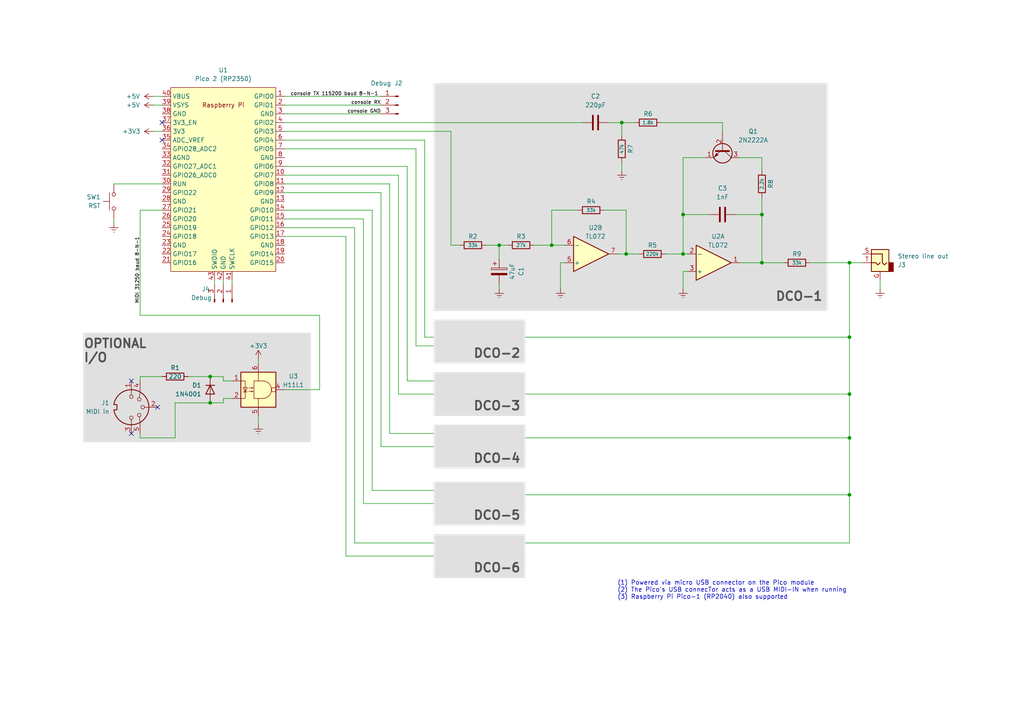
<source format=kicad_sch>
(kicad_sch (version 20230121) (generator eeschema)
  (paper "A4")
  (title_block (title "pico-106") (date "2024-10-27") (rev "0.01") (company "https://github.com/AnotherJohnH/pico-106"))
  (lib_symbols
    (symbol "+5V_1" (power) (pin_names (offset 0))
      (property "Value" "+5V_1" (at 0 3.81 90))
      (symbol "+5V_1_0_1"
        (polyline (pts (xy -0.762 1.27) (xy 0 2.54)))
        (polyline (pts (xy 0 0) (xy 0 2.54)))
        (polyline (pts (xy 0 2.54) (xy 0.762 1.27)))
      )
      (symbol "+5V_1_1_1"
        (pin power_in line (at 0 0 90) (length 0) hide (name "+5V") (number "1"))
      )
    )
    (symbol "Amplifier_Operational:TL072" (pin_names (offset 0.127))
      (property "Reference" "U" (at 0 5.08 0))
      (property "Value" "TL072" (at 0 -5.08 0))
      (symbol "TL072_1_1"
        (polyline (pts (xy -5.08 5.08) (xy 5.08 0) (xy -5.08 -5.08) (xy -5.08 5.08)) (stroke (width 0.254)) (fill (type background)))
        (pin output line (at 7.62 0 180) (length 2.54) (name "~") (number "1"))
        (pin input line (at -7.62 -2.54 0) (length 2.54) (name "-") (number "2"))
        (pin input line (at -7.62 2.54 0) (length 2.54) (name "+") (number "3"))
      )
      (symbol "TL072_2_1"
        (polyline (pts (xy -5.08 5.08) (xy 5.08 0) (xy -5.08 -5.08) (xy -5.08 5.08)) (stroke (width 0.254)) (fill (type background)))
        (pin input line (at -7.62 2.54 0) (length 2.54) (name "+") (number "5"))
        (pin input line (at -7.62 -2.54 0) (length 2.54) (name "-") (number "6"))
        (pin output line (at 7.62 0 180) (length 2.54) (name "~") (number "7"))
      )
      (symbol "TL072_3_1"
        (pin power_in line (at -2.54 -7.62 90) (length 3.81) (name "V-") (number "4"))
        (pin power_in line (at -2.54 7.62 270) (length 3.81) (name "V+") (number "8"))
      )
    )
    (symbol "Connector:Conn_01x03_Pin" (pin_names (offset 1.016) hide)
      (property "Reference" "J" (at 0 5.08 0))
      (property "Value" "Conn_01x03_Pin" (at 0 -5.08 0))
      (symbol "Conn_01x03_Pin_1_1"
        (polyline (pts (xy 1.27 -2.54) (xy 0.8636 -2.54)) (stroke (width 0.1524)))
        (polyline (pts (xy 1.27 0) (xy 0.8636 0)) (stroke (width 0.1524)))
        (polyline (pts (xy 1.27 2.54) (xy 0.8636 2.54)) (stroke (width 0.1524)))
        (rectangle (start 0.8636 -2.413) (end 0 -2.667) (stroke (width 0.1524)) (fill (type outline)))
        (rectangle (start 0.8636 0.127) (end 0 -0.127) (stroke (width 0.1524)) (fill (type outline)))
        (rectangle (start 0.8636 2.667) (end 0 2.413) (stroke (width 0.1524)) (fill (type outline)))
        (pin passive line (at 5.08 2.54 180) (length 3.81) (name "Pin_1") (number "1"))
        (pin passive line (at 5.08 0 180) (length 3.81) (name "Pin_2") (number "2"))
        (pin passive line (at 5.08 -2.54 180) (length 3.81) (name "Pin_3") (number "3"))
      )
    )
    (symbol "Connector:DIN-5_180degree" (pin_names (offset 1.016))
      (property "Reference" "J" (at 3.175 5.715 0))
      (property "Value" "DIN-5_180degree" (at 0 -6.35 0))
      (symbol "DIN-5_180degree_0_1"
        (arc (start -5.08 0) (mid -3.8609 -3.3364) (end -0.762 -5.08) (stroke (width 0.254)))
        (circle (center -3.048 0) (radius 0.508))
        (circle (center -2.286 2.286) (radius 0.508))
        (polyline (pts (xy -5.08 0) (xy -3.556 0)))
        (polyline (pts (xy 0 5.08) (xy 0 3.81)))
        (polyline (pts (xy 5.08 0) (xy 3.556 0)))
        (polyline (pts (xy -5.08 2.54) (xy -4.318 2.54) (xy -2.794 2.286)))
        (polyline (pts (xy 5.08 2.54) (xy 4.318 2.54) (xy 2.794 2.286)))
        (polyline (pts (xy -0.762 -4.953) (xy -0.762 -4.191) (xy 0.762 -4.191) (xy 0.762 -4.953)) (stroke (width 0.254)))
        (circle (center 0 3.302) (radius 0.508))
        (arc (start 0.762 -5.08) (mid 3.8685 -3.343) (end 5.08 0) (stroke (width 0.254)))
        (circle (center 2.286 2.286) (radius 0.508))
        (circle (center 3.048 0) (radius 0.508))
        (arc (start 5.08 0) (mid 0 5.0579) (end -5.08 0) (stroke (width 0.254)))
      )
      (symbol "DIN-5_180degree_1_1"
        (pin passive line (at -7.62 0 0) (length 2.54) (name "~") (number "1"))
        (pin passive line (at 0 7.62 270) (length 2.54) (name "~") (number "2"))
        (pin passive line (at 7.62 0 180) (length 2.54) (name "~") (number "3"))
        (pin passive line (at -7.62 2.54 0) (length 2.54) (name "~") (number "4"))
        (pin passive line (at 7.62 2.54 180) (length 2.54) (name "~") (number "5"))
      )
    )
    (symbol "Connector_Audio:AudioJack2_Ground"
      (property "Reference" "J" (at 0 8.89 0))
      (property "Value" "AudioJack2_Ground" (at 0 6.35 0))
      (symbol "AudioJack2_Ground_0_1"
        (rectangle (start -2.54 -2.54) (end -3.81 0) (stroke (width 0.254)) (fill (type outline)))
        (polyline (pts (xy 0 0) (xy 0.635 -0.635) (xy 1.27 0) (xy 2.54 0)) (stroke (width 0.254)))
        (polyline (pts (xy 2.54 2.54) (xy -0.635 2.54) (xy -0.635 0) (xy -1.27 -0.635) (xy -1.905 0)) (stroke (width 0.254)))
        (rectangle (start 2.54 3.81) (end -2.54 -2.54) (stroke (width 0.254)) (fill (type background)))
      )
      (symbol "AudioJack2_Ground_1_1"
        (pin passive line (at 0 -5.08 90) (length 2.54) (name "~") (number "G"))
        (pin passive line (at 5.08 2.54 180) (length 2.54) (name "~") (number "S"))
        (pin passive line (at 5.08 0 180) (length 2.54) (name "~") (number "T"))
      )
    )
    (symbol "Device:C" (pin_numbers hide) (pin_names (offset 0.254))
      (property "Reference" "C" (at 0.635 2.54 0))
      (property "Value" "C" (at 0.635 -2.54 0))
      (symbol "C_0_1"
        (polyline (pts (xy -2.032 -0.762) (xy 2.032 -0.762)) (stroke (width 0.508)))
        (polyline (pts (xy -2.032 0.762) (xy 2.032 0.762)) (stroke (width 0.508)))
      )
      (symbol "C_1_1"
        (pin passive line (at 0 3.81 270) (length 2.794) (name "~") (number "1"))
        (pin passive line (at 0 -3.81 90) (length 2.794) (name "~") (number "2"))
      )
    )
    (symbol "Device:C_Polarized" (pin_numbers hide) (pin_names (offset 0.254))
      (property "Reference" "C" (at 0.635 2.54 0))
      (property "Value" "C_Polarized" (at 0.635 -2.54 0))
      (symbol "C_Polarized_0_1"
        (rectangle (start -2.286 0.508) (end 2.286 1.016))
        (polyline (pts (xy -1.778 2.286) (xy -0.762 2.286)))
        (polyline (pts (xy -1.27 2.794) (xy -1.27 1.778)))
        (rectangle (start 2.286 -0.508) (end -2.286 -1.016) (fill (type outline)))
      )
      (symbol "C_Polarized_1_1"
        (pin passive line (at 0 3.81 270) (length 2.794) (name "~") (number "1"))
        (pin passive line (at 0 -3.81 90) (length 2.794) (name "~") (number "2"))
      )
    )
    (symbol "Device:R" (pin_numbers hide) (pin_names (offset 0))
      (property "Reference" "R" (at 2.032 0 90))
      (property "Value" "R" (at 0 0 90))
      (symbol "R_0_1"
        (rectangle (start -1.016 -2.54) (end 1.016 2.54) (stroke (width 0.254)))
      )
      (symbol "R_1_1"
        (pin passive line (at 0 3.81 270) (length 1.27) (name "~") (number "1"))
        (pin passive line (at 0 -3.81 90) (length 1.27) (name "~") (number "2"))
      )
    )
    (symbol "Diode:1N4001" (pin_numbers hide) (pin_names hide)
      (property "Reference" "D" (at 0 2.54 0))
      (property "Value" "1N4001" (at 0 -2.54 0))
      (symbol "1N4001_0_1"
        (polyline (pts (xy -1.27 1.27) (xy -1.27 -1.27)) (stroke (width 0.254)))
        (polyline (pts (xy 1.27 0) (xy -1.27 0)))
        (polyline (pts (xy 1.27 1.27) (xy 1.27 -1.27) (xy -1.27 0) (xy 1.27 1.27)) (stroke (width 0.254)))
      )
      (symbol "1N4001_1_1"
        (pin passive line (at -3.81 0 0) (length 2.54) (name "K") (number "1"))
        (pin passive line (at 3.81 0 180) (length 2.54) (name "A") (number "2"))
      )
    )
    (symbol "Isolator:H11L1" (pin_names (offset 1.016))
      (property "Reference" "U" (at 1.27 8.89 0))
      (property "Value" "H11L1" (at 1.27 6.35 0))
      (symbol "H11L1_0_1"
        (rectangle (start -5.08 5.08) (end 5.08 -5.08) (stroke (width 0.254)) (fill (type background)))
        (polyline (pts (xy -4.445 -0.635) (xy -3.175 -0.635)))
        (polyline (pts (xy 0 2.54) (xy 0 5.08)))
        (polyline (pts (xy 0 -2.54) (xy 0 -5.08) (xy 0 -3.81)))
        (polyline (pts (xy -5.08 -2.54) (xy -3.81 -2.54) (xy -3.81 2.54) (xy -5.08 2.54)))
        (polyline (pts (xy -3.81 -0.635) (xy -4.445 0.635) (xy -3.175 0.635) (xy -3.81 -0.635)))
        (polyline (pts (xy 1.27 -2.54) (xy -1.27 -2.54) (xy -1.27 2.54) (xy 1.27 2.54)))
        (polyline (pts (xy -2.794 -0.508) (xy -1.524 -0.508) (xy -1.905 -0.635) (xy -1.905 -0.381) (xy -1.524 -0.508)))
        (polyline (pts (xy -2.794 0.508) (xy -1.524 0.508) (xy -1.905 0.381) (xy -1.905 0.635) (xy -1.524 0.508)))
        (arc (start 1.27 -2.54) (mid 3.799 0) (end 1.27 2.54))
      )
      (symbol "H11L1_1_1"
        (pin passive line (at -7.62 2.54 0) (length 2.54) (name "~") (number "1"))
        (pin passive line (at -7.62 -2.54 0) (length 2.54) (name "~") (number "2"))
        (pin no_connect line (at -5.08 0 0) (length 2.54) hide (name "~") (number "3"))
        (pin output inverted (at 7.62 0 180) (length 3.81) (name "~") (number "4"))
        (pin power_in line (at 0 -7.62 90) (length 2.54) (name "~") (number "5"))
        (pin power_in line (at 0 7.62 270) (length 2.54) (name "~") (number "6"))
      )
    )
    (symbol "MCU_RaspberryPi_and_Boards:Pico 2"
      (property "Reference" "U" (at -13.97 27.94 0))
      (property "Value" "Pico 2 (RP2350)" (at 0 19.05 0))
      (symbol "Pico 2_0_1"
        (rectangle (start -15.24 26.67) (end 15.24 -26.67) (fill (type background)))
      )
      (symbol "Pico 2_1_0"
        (text "Raspberry Pi" (at 0 21.59 0) (effects (font (size 1.27 1.27))))
      )
      (symbol "Pico 2_1_1"
        (pin bidirectional line (at -17.78 24.13 0) (length 2.54) (name "GPIO0") (number "1"))
        (pin bidirectional line (at -17.78 1.27 0) (length 2.54) (name "GPIO7") (number "10"))
        (pin bidirectional line (at -17.78 -1.27 0) (length 2.54) (name "GPIO8") (number "11"))
        (pin bidirectional line (at -17.78 -3.81 0) (length 2.54) (name "GPIO9") (number "12"))
        (pin power_in line (at -17.78 -6.35 0) (length 2.54) (name "GND") (number "13"))
        (pin bidirectional line (at -17.78 -8.89 0) (length 2.54) (name "GPIO10") (number "14"))
        (pin bidirectional line (at -17.78 -11.43 0) (length 2.54) (name "GPIO11") (number "15"))
        (pin bidirectional line (at -17.78 -13.97 0) (length 2.54) (name "GPIO12") (number "16"))
        (pin bidirectional line (at -17.78 -16.51 0) (length 2.54) (name "GPIO13") (number "17"))
        (pin power_in line (at -17.78 -19.05 0) (length 2.54) (name "GND") (number "18"))
        (pin bidirectional line (at -17.78 -21.59 0) (length 2.54) (name "GPIO14") (number "19"))
        (pin bidirectional line (at -17.78 21.59 0) (length 2.54) (name "GPIO1") (number "2"))
        (pin bidirectional line (at -17.78 -24.13 0) (length 2.54) (name "GPIO15") (number "20"))
        (pin bidirectional line (at 17.78 -24.13 180) (length 2.54) (name "GPIO16") (number "21"))
        (pin bidirectional line (at 17.78 -21.59 180) (length 2.54) (name "GPIO17") (number "22"))
        (pin power_in line (at 17.78 -19.05 180) (length 2.54) (name "GND") (number "23"))
        (pin bidirectional line (at 17.78 -16.51 180) (length 2.54) (name "GPIO18") (number "24"))
        (pin bidirectional line (at 17.78 -13.97 180) (length 2.54) (name "GPIO19") (number "25"))
        (pin bidirectional line (at 17.78 -11.43 180) (length 2.54) (name "GPIO20") (number "26"))
        (pin bidirectional line (at 17.78 -8.89 180) (length 2.54) (name "GPIO21") (number "27"))
        (pin power_in line (at 17.78 -6.35 180) (length 2.54) (name "GND") (number "28"))
        (pin bidirectional line (at 17.78 -3.81 180) (length 2.54) (name "GPIO22") (number "29"))
        (pin power_in line (at -17.78 19.05 0) (length 2.54) (name "GND") (number "3"))
        (pin input line (at 17.78 -1.27 180) (length 2.54) (name "RUN") (number "30"))
        (pin bidirectional line (at 17.78 1.27 180) (length 2.54) (name "GPIO26_ADC0") (number "31"))
        (pin bidirectional line (at 17.78 3.81 180) (length 2.54) (name "GPIO27_ADC1") (number "32"))
        (pin power_in line (at 17.78 6.35 180) (length 2.54) (name "AGND") (number "33"))
        (pin bidirectional line (at 17.78 8.89 180) (length 2.54) (name "GPIO28_ADC2") (number "34"))
        (pin power_in line (at 17.78 11.43 180) (length 2.54) (name "ADC_VREF") (number "35"))
        (pin power_in line (at 17.78 13.97 180) (length 2.54) (name "3V3") (number "36"))
        (pin input line (at 17.78 16.51 180) (length 2.54) (name "3V3_EN") (number "37"))
        (pin bidirectional line (at 17.78 19.05 180) (length 2.54) (name "GND") (number "38"))
        (pin power_in line (at 17.78 21.59 180) (length 2.54) (name "VSYS") (number "39"))
        (pin bidirectional line (at -17.78 16.51 0) (length 2.54) (name "GPIO2") (number "4"))
        (pin power_in line (at 17.78 24.13 180) (length 2.54) (name "VBUS") (number "40"))
        (pin input line (at -2.54 -29.21 90) (length 2.54) (name "SWCLK") (number "41"))
        (pin power_in line (at 0 -29.21 90) (length 2.54) (name "GND") (number "42"))
        (pin bidirectional line (at 2.54 -29.21 90) (length 2.54) (name "SWDIO") (number "43"))
        (pin bidirectional line (at -17.78 13.97 0) (length 2.54) (name "GPIO3") (number "5"))
        (pin bidirectional line (at -17.78 11.43 0) (length 2.54) (name "GPIO4") (number "6"))
        (pin bidirectional line (at -17.78 8.89 0) (length 2.54) (name "GPIO5") (number "7"))
        (pin power_in line (at -17.78 6.35 0) (length 2.54) (name "GND") (number "8"))
        (pin bidirectional line (at -17.78 3.81 0) (length 2.54) (name "GPIO6") (number "9"))
      )
    )
    (symbol "Switch:SW_Push" (pin_numbers hide) (pin_names (offset 1.016) hide)
      (property "Reference" "SW" (at 1.27 2.54 0))
      (property "Value" "SW_Push" (at 0 -1.524 0))
      (symbol "SW_Push_0_1"
        (circle (center -2.032 0) (radius 0.508))
        (polyline (pts (xy 0 1.27) (xy 0 3.048)))
        (polyline (pts (xy 2.54 1.27) (xy -2.54 1.27)))
        (circle (center 2.032 0) (radius 0.508))
        (pin passive line (at -5.08 0 0) (length 2.54) (name "1") (number "1"))
        (pin passive line (at 5.08 0 180) (length 2.54) (name "2") (number "2"))
      )
    )
    (symbol "Transistor_BJT:2N2219" (pin_names (offset 0) hide)
      (property "Reference" "Q" (at 5.08 1.905 0))
      (property "Value" "2N2219" (at 5.08 0 0))
      (symbol "2N2219_0_1"
        (polyline (pts (xy 0.635 0.635) (xy 2.54 2.54)))
        (polyline (pts (xy 0.635 -0.635) (xy 2.54 -2.54) (xy 2.54 -2.54)))
        (polyline (pts (xy 0.635 1.905) (xy 0.635 -1.905) (xy 0.635 -1.905)) (stroke (width 0.508)))
        (polyline (pts (xy 1.27 -1.778) (xy 1.778 -1.27) (xy 2.286 -2.286) (xy 1.27 -1.778) (xy 1.27 -1.778)) (fill (type outline)))
        (circle (center 1.27 0) (radius 2.8194) (stroke (width 0.254)))
      )
      (symbol "2N2219_1_1"
        (pin passive line (at 2.54 -5.08 90) (length 2.54) (name "E") (number "1"))
        (pin passive line (at -5.08 0 0) (length 5.715) (name "B") (number "2"))
        (pin passive line (at 2.54 5.08 270) (length 2.54) (name "C") (number "3"))
      )
    )
    (symbol "power:+3V3" (power) (pin_names (offset 0))
      (property "Value" "+3V3" (at 0 3.556 0))
      (symbol "+3V3_0_1"
        (polyline (pts (xy -0.762 1.27) (xy 0 2.54)))
        (polyline (pts (xy 0 0) (xy 0 2.54)))
        (polyline (pts (xy 0 2.54) (xy 0.762 1.27)))
      )
      (symbol "+3V3_1_1"
        (pin power_in line (at 0 0 90) (length 0) hide (name "+3V3") (number "1"))
      )
    )
    (symbol "power:+5V" (power) (pin_names (offset 0))
      (property "Value" "+5V" (at 0 3.556 0))
      (symbol "+5V_0_1"
        (polyline (pts (xy -0.762 1.27) (xy 0 2.54)))
        (polyline (pts (xy 0 0) (xy 0 2.54)))
        (polyline (pts (xy 0 2.54) (xy 0.762 1.27)))
      )
      (symbol "+5V_1_1"
        (pin power_in line (at 0 0 90) (length 0) hide (name "+5V") (number "1"))
      )
    )
    (symbol "power:Earth" (power) (pin_names (offset 0))
      (symbol "Earth_0_1"
        (polyline (pts (xy -0.635 -1.905) (xy 0.635 -1.905)))
        (polyline (pts (xy -0.127 -2.54) (xy 0.127 -2.54)))
        (polyline (pts (xy 0 -1.27) (xy 0 0)))
        (polyline (pts (xy 1.27 -1.27) (xy -1.27 -1.27)))
      )
      (symbol "Earth_1_1"
        (pin power_in line (at 0 0 270) (length 0) hide (name "Earth") (number "1"))
      )
    )
  )
  (junction (at 220.98 62.23))
  (junction (at 246.38 76.2))
  (junction (at 198.12 62.23))
  (junction (at 180.34 35.56))
  (junction (at 144.78 71.12))
  (junction (at 246.38 97.79))
  (junction (at 60.96 109.22))
  (junction (at 246.38 143.51))
  (junction (at 160.02 71.12))
  (junction (at 220.98 76.2))
  (junction (at 60.96 116.84))
  (junction (at 246.38 114.3))
  (junction (at 246.38 127))
  (junction (at 181.61 73.66))
  (junction (at 198.12 73.66))
  (no_connect (at 46.99 40.64))
  (no_connect (at 46.99 35.56))
  (no_connect (at 45.72 118.11))
  (no_connect (at 38.1 125.73))
  (no_connect (at 38.1 110.49))
  (wire (pts (xy 120.65 100.33) (xy 125.73 100.33)))
  (wire (pts (xy 82.55 68.58) (xy 100.33 68.58)))
  (wire (pts (xy 92.71 113.03) (xy 82.55 113.03)))
  (wire (pts (xy 167.64 60.96) (xy 160.02 60.96)))
  (wire (pts (xy 40.64 125.73) (xy 40.64 127)))
  (wire (pts (xy 82.55 63.5) (xy 105.41 63.5)))
  (wire (pts (xy 67.31 110.49) (xy 64.77 110.49)))
  (wire (pts (xy 144.78 71.12) (xy 144.78 74.93)))
  (wire (pts (xy 198.12 45.72) (xy 198.12 62.23)))
  (wire (pts (xy 102.87 66.04) (xy 102.87 157.48)))
  (wire (pts (xy 144.78 82.55) (xy 144.78 83.82)))
  (wire (pts (xy 220.98 49.53) (xy 220.98 45.72)))
  (wire (pts (xy 110.49 129.54) (xy 125.73 129.54)))
  (wire (pts (xy 198.12 83.82) (xy 198.12 78.74)))
  (wire (pts (xy 62.23 81.28) (xy 62.23 82.55)))
  (wire (pts (xy 40.64 110.49) (xy 40.64 109.22)))
  (wire (pts (xy 246.38 76.2) (xy 250.19 76.2)))
  (wire (pts (xy 107.95 142.24) (xy 125.73 142.24)))
  (wire (pts (xy 60.96 116.84) (xy 64.77 116.84)))
  (wire (pts (xy 160.02 60.96) (xy 160.02 71.12)))
  (wire (pts (xy 113.03 53.34) (xy 113.03 125.73)))
  (wire (pts (xy 152.4 127) (xy 246.38 127)))
  (wire (pts (xy 154.94 71.12) (xy 160.02 71.12)))
  (wire (pts (xy 152.4 114.3) (xy 246.38 114.3)))
  (wire (pts (xy 204.47 45.72) (xy 198.12 45.72)))
  (wire (pts (xy 220.98 76.2) (xy 227.33 76.2)))
  (wire (pts (xy 162.56 83.82) (xy 162.56 76.2)))
  (wire (pts (xy 82.55 38.1) (xy 130.81 38.1)))
  (wire (pts (xy 209.55 35.56) (xy 209.55 38.1)))
  (wire (pts (xy 181.61 73.66) (xy 185.42 73.66)))
  (wire (pts (xy 64.77 115.57) (xy 64.77 116.84)))
  (wire (pts (xy 82.55 60.96) (xy 107.95 60.96)))
  (wire (pts (xy 113.03 125.73) (xy 125.73 125.73)))
  (wire (pts (xy 246.38 97.79) (xy 246.38 114.3)))
  (wire (pts (xy 64.77 115.57) (xy 67.31 115.57)))
  (wire (pts (xy 130.81 38.1) (xy 130.81 71.12)))
  (wire (pts (xy 123.19 97.79) (xy 125.73 97.79)))
  (wire (pts (xy 205.74 62.23) (xy 198.12 62.23)))
  (wire (pts (xy 130.81 71.12) (xy 133.35 71.12)))
  (wire (pts (xy 162.56 76.2) (xy 163.83 76.2)))
  (wire (pts (xy 180.34 35.56) (xy 180.34 39.37)))
  (wire (pts (xy 46.99 30.48) (xy 44.45 30.48)))
  (wire (pts (xy 60.96 109.22) (xy 54.61 109.22)))
  (wire (pts (xy 152.4 157.48) (xy 246.38 157.48)))
  (wire (pts (xy 110.49 27.94) (xy 82.55 27.94)))
  (wire (pts (xy 160.02 71.12) (xy 163.83 71.12)))
  (wire (pts (xy 180.34 46.99) (xy 180.34 49.53)))
  (wire (pts (xy 60.96 116.84) (xy 50.8 116.84)))
  (wire (pts (xy 105.41 63.5) (xy 105.41 146.05)))
  (wire (pts (xy 118.11 110.49) (xy 125.73 110.49)))
  (wire (pts (xy 176.53 35.56) (xy 180.34 35.56)))
  (wire (pts (xy 152.4 97.79) (xy 246.38 97.79)))
  (wire (pts (xy 46.99 38.1) (xy 44.45 38.1)))
  (wire (pts (xy 198.12 78.74) (xy 199.39 78.74)))
  (wire (pts (xy 33.02 63.5) (xy 33.02 64.77)))
  (wire (pts (xy 67.31 81.28) (xy 67.31 82.55)))
  (wire (pts (xy 246.38 76.2) (xy 246.38 97.79)))
  (wire (pts (xy 144.78 71.12) (xy 147.32 71.12)))
  (wire (pts (xy 110.49 30.48) (xy 82.55 30.48)))
  (wire (pts (xy 115.57 50.8) (xy 115.57 114.3)))
  (wire (pts (xy 102.87 157.48) (xy 125.73 157.48)))
  (wire (pts (xy 82.55 43.18) (xy 120.65 43.18)))
  (wire (pts (xy 40.64 91.44) (xy 92.71 91.44)))
  (wire (pts (xy 123.19 40.64) (xy 123.19 97.79)))
  (wire (pts (xy 50.8 127) (xy 40.64 127)))
  (wire (pts (xy 110.49 55.88) (xy 110.49 129.54)))
  (wire (pts (xy 46.99 60.96) (xy 40.64 60.96)))
  (wire (pts (xy 220.98 62.23) (xy 220.98 76.2)))
  (wire (pts (xy 110.49 33.02) (xy 82.55 33.02)))
  (wire (pts (xy 180.34 35.56) (xy 184.15 35.56)))
  (wire (pts (xy 82.55 53.34) (xy 113.03 53.34)))
  (wire (pts (xy 92.71 91.44) (xy 92.71 113.03)))
  (wire (pts (xy 181.61 60.96) (xy 181.61 73.66)))
  (wire (pts (xy 152.4 143.51) (xy 246.38 143.51)))
  (wire (pts (xy 191.77 35.56) (xy 209.55 35.56)))
  (wire (pts (xy 115.57 114.3) (xy 125.73 114.3)))
  (wire (pts (xy 82.55 66.04) (xy 102.87 66.04)))
  (wire (pts (xy 175.26 60.96) (xy 181.61 60.96)))
  (wire (pts (xy 64.77 81.28) (xy 64.77 82.55)))
  (wire (pts (xy 246.38 157.48) (xy 246.38 143.51)))
  (wire (pts (xy 40.64 60.96) (xy 40.64 91.44)))
  (wire (pts (xy 40.64 109.22) (xy 46.99 109.22)))
  (wire (pts (xy 213.36 62.23) (xy 220.98 62.23)))
  (wire (pts (xy 64.77 109.22) (xy 64.77 110.49)))
  (wire (pts (xy 105.41 146.05) (xy 125.73 146.05)))
  (wire (pts (xy 33.02 53.34) (xy 46.99 53.34)))
  (wire (pts (xy 74.93 104.14) (xy 74.93 105.41)))
  (wire (pts (xy 246.38 127) (xy 246.38 143.51)))
  (wire (pts (xy 74.93 120.65) (xy 74.93 123.19)))
  (wire (pts (xy 140.97 71.12) (xy 144.78 71.12)))
  (wire (pts (xy 82.55 50.8) (xy 115.57 50.8)))
  (wire (pts (xy 82.55 55.88) (xy 110.49 55.88)))
  (wire (pts (xy 246.38 114.3) (xy 246.38 127)))
  (wire (pts (xy 100.33 68.58) (xy 100.33 161.29)))
  (wire (pts (xy 107.95 60.96) (xy 107.95 142.24)))
  (wire (pts (xy 82.55 40.64) (xy 123.19 40.64)))
  (wire (pts (xy 82.55 48.26) (xy 118.11 48.26)))
  (wire (pts (xy 255.27 81.28) (xy 255.27 83.82)))
  (wire (pts (xy 50.8 116.84) (xy 50.8 127)))
  (wire (pts (xy 100.33 161.29) (xy 125.73 161.29)))
  (wire (pts (xy 198.12 73.66) (xy 199.39 73.66)))
  (wire (pts (xy 214.63 45.72) (xy 220.98 45.72)))
  (wire (pts (xy 220.98 57.15) (xy 220.98 62.23)))
  (wire (pts (xy 198.12 62.23) (xy 198.12 73.66)))
  (wire (pts (xy 179.07 73.66) (xy 181.61 73.66)))
  (wire (pts (xy 234.95 76.2) (xy 246.38 76.2)))
  (wire (pts (xy 46.99 27.94) (xy 44.45 27.94)))
  (wire (pts (xy 60.96 109.22) (xy 64.77 109.22)))
  (wire (pts (xy 118.11 48.26) (xy 118.11 110.49)))
  (wire (pts (xy 193.04 73.66) (xy 198.12 73.66)))
  (wire (pts (xy 220.98 76.2) (xy 214.63 76.2)))
  (wire (pts (xy 120.65 43.18) (xy 120.65 100.33)))
  (wire (pts (xy 82.55 35.56) (xy 168.91 35.56)))
  (rectangle (start 125.73 139.7) (end 152.4 152.4) (stroke (width -0.0001)) (fill (type color) (color 224 224 224 1)))
  (rectangle (start 125.73 24.13) (end 240.03 90.17) (stroke (width -0.0001)) (fill (type color) (color 224 224 224 1)))
  (rectangle (start 125.73 154.94) (end 152.4 167.64) (stroke (width -0.0001)) (fill (type color) (color 224 224 224 1)))
  (rectangle (start 125.73 123.19) (end 152.4 135.89) (stroke (width -0.0001)) (fill (type color) (color 224 224 224 1)))
  (rectangle (start 125.73 107.95) (end 152.4 120.65) (stroke (width -0.0001)) (fill (type color) (color 224 224 224 1)))
  (rectangle (start 125.73 92.71) (end 152.4 105.41) (stroke (width -0.0001)) (fill (type color) (color 224 224 224 1)))
  (rectangle (start 24.13 96.52) (end 90.17 128.27) (stroke (width -0.0001)) (fill (type color) (color 224 224 224 1)))
  (text "DCO-5" (at 137.16 151.13 0) (effects (font (size 2.54 2.54) (thickness 0.508) bold) (justify left bottom)))
  (text "DCO-1" (at 224.79 87.63 0) (effects (font (size 2.54 2.54) (thickness 0.508) bold) (justify left bottom)))
  (text "DCO-3" (at 137.16 119.38 0) (effects (font (size 2.54 2.54) (thickness 0.508) bold) (justify left bottom)))
  (text "DCO-4" (at 137.16 134.62 0) (effects (font (size 2.54 2.54) (thickness 0.508) bold) (justify left bottom)))
  (text "(1) Powered via micro USB connector on the Pico module\n(2) The Pico's USB connecTor acts as a USB MIDI-IN when running\n(3) Raspberry Pi Pico-1 (RP2040) also supported" (at 179.07 173.99 0) (effects (font (size 1.27 1.27)) (justify left bottom)))
  (text "DCO-2" (at 137.16 104.14 0) (effects (font (size 2.54 2.54) (thickness 0.508) bold) (justify left bottom)))
  (text "OPTIONAL\nI/O" (at 24.13 105.41 0) (effects (font (size 2.54 2.54) (thickness 0.508) bold) (justify left bottom)))
  (text "DCO-6" (at 137.16 166.37 0) (effects (font (size 2.54 2.54) (thickness 0.508) bold) (justify left bottom)))
  (label "console RX" (at 110.49 30.48 180) (effects (font (size 1 1))))
  (label "console GND" (at 110.49 33.02 180) (effects (font (size 1 1))))
  (label "MIDI 31250 baud 8-N-1" (at 40.64 68.58 270) (effects (font (size 1 1))))
  (label "console TX 115200 baud 8-N-1 " (at 110.49 27.94 180) (effects (font (size 1 1))))
  (symbol (lib_id "Device:R") (at 180.34 43.18 0) (unit 1)
    (property "Reference" "R7" (at 182.88 43.18 90))
    (property "Value" "47k" (at 180.34 43.18 90) (effects (font (size 1 1))))
    (property "Footprint" "esistor_THT:R_Axial_DIN0204_L3.6mm_D1.6mm_P5.08mm_Horizontal" (effects hide))
  )
  (symbol (lib_id "Device:C") (at 209.55 62.23 90) (mirror x) (unit 1)
    (property "Reference" "C3" (at 209.55 54.61 90))
    (property "Value" "1nF" (at 209.55 57.15 90))
  )
  (symbol (lib_id "Diode:1N4001") (at 60.96 113.03 90) (mirror x) (unit 1)
    (property "Reference" "D1" (at 58.42 111.76 90) (effects (justify left)))
    (property "Value" "1N4001" (at 58.42 114.3 90) (effects (justify left)))
    (property "Footprint" "Diode_THT:D_DO-41_SOD81_P10.16mm_Horizontal" (effects hide))
    (property "Datasheet" "http://www.vishay.com/docs/88503/1n4001.pdf" (effects hide))
    (property "Sim.Device" "D" (effects hide))
    (property "Sim.Pins" "1=K 2=A" (effects hide))
  )
  (symbol (lib_id "MCU_RaspberryPi_and_Boards:Pico 2") (at 64.77 52.07 0) (mirror y) (unit 1)
    (property "Reference" "U1" (at 64.77 20.32 0))
    (property "Value" "Pico 2 (RP2350)" (at 64.77 22.86 0))
    (property "Footprint" "RPi_Pico:RPi_Pico_SMD_TH" (effects hide))
  )
  (symbol (lib_id "Amplifier_Operational:TL072") (at 207.01 76.2 0) (mirror x) (unit 1)
    (property "Reference" "U2" (at 208.28 68.58 0))
    (property "Value" "TL072" (at 208.28 71.12 0))
    (property "Datasheet" "http://www.ti.com/lit/ds/symlink/tl071.pdf" (effects hide))
  )
  (symbol (lib_id "power:Earth") (at 33.02 64.77 0) (mirror y) (unit 1)
    (property "Reference" "#PWR02" (effects hide))
    (property "Value" "Earth" (effects hide))
  )
  (symbol (lib_id "Device:R") (at 189.23 73.66 90) (unit 1)
    (property "Reference" "R5" (at 189.23 71.12 90))
    (property "Value" "220k" (at 189.23 73.66 90) (effects (font (size 1 1))))
    (property "Footprint" "Resistor_THT:R_Axial_DIN0204_L3.6mm_D1.6mm_P5.08mm_Horizontal" (effects hide))
  )
  (symbol (lib_id "Device:R") (at 220.98 53.34 0) (unit 1)
    (property "Reference" "R8" (at 223.52 53.34 90))
    (property "Value" "2.2k" (at 220.98 53.34 90) (effects (font (size 1 1))))
    (property "Footprint" "Resistor_THT:R_Axial_DIN0204_L3.6mm_D1.6mm_P5.08mm_Horizontal" (effects hide))
  )
  (symbol (lib_id "Connector:Conn_01x03_Pin") (at 115.57 30.48 0) (mirror y) (unit 1)
    (property "Reference" "J2" (at 115.57 24.13 0))
    (property "Value" "Debug" (at 110.49 24.13 0))
    (property "Footprint" "Connector:FanPinHeader_1x03_P2.54mm_Vertical" (effects hide))
  )
  (symbol (lib_id "Transistor_BJT:2N2219") (at 209.55 43.18 270) (unit 1)
    (property "Reference" "Q1" (at 218.44 38.1 90))
    (property "Value" "2N2222A" (at 218.44 40.64 90))
    (property "Footprint" "Package_TO_SOT_THT:TO-39-3" (effects hide))
    (property "Datasheet" "http://www.onsemi.com/pub_link/Collateral/2N2219-D.PDF" (effects hide))
  )
  (symbol (lib_id "Isolator:H11L1") (at 74.93 113.03 0) (unit 1)
    (property "Reference" "U3" (at 85.09 109.0931 0))
    (property "Value" "H11L1" (at 85.09 111.6331 0))
    (property "Footprint" "Package_DIP:DIP-6_W7.62mm_LongPads" (effects hide))
    (property "Datasheet" "https://www.onsemi.com/pub/Collateral/H11L3M-D.PDF" (effects hide))
  )
  (symbol (lib_id "power:+3V3") (at 74.93 104.14 0) (unit 1)
    (property "Reference" "#PWR05" (effects hide))
    (property "Value" "+3V3" (at 74.93 100.33 0))
  )
  (symbol (lib_id "Device:R") (at 137.16 71.12 90) (unit 1)
    (property "Reference" "R2" (at 137.16 68.58 90))
    (property "Value" "33k" (at 137.16 71.12 90) (effects (font (size 1 1))))
    (property "Footprint" "Resistor_THT:R_Axial_DIN0204_L3.6mm_D1.6mm_P5.08mm_Horizontal" (effects hide))
  )
  (symbol (lib_id "Switch:SW_Push") (at 33.02 58.42 90) (mirror x) (unit 1)
    (property "Reference" "SW1" (at 29.21 57.15 90) (effects (justify left)))
    (property "Value" "RST" (at 29.21 59.69 90) (effects (justify left)))
    (property "Footprint" "Button_Switch_THT:SW_PUSH_6mm_H5mm" (effects hide))
  )
  (symbol (lib_id "Connector_Audio:AudioJack2_Ground") (at 255.27 76.2 0) (mirror y) (unit 1)
    (property "Reference" "J3" (at 260.35 76.835 0) (effects (justify right)))
    (property "Value" "Stereo line out" (at 260.35 74.295 0) (effects (justify right)))
    (property "Footprint" "Connector_Audio:Jack_3.5mm_CUI_SJ1-3523N_Horizontal" (effects hide))
  )
  (symbol (lib_id "power:Earth") (at 180.34 49.53 0) (unit 1)
    (property "Reference" "#PWR09" (effects hide))
    (property "Value" "Earth" (effects hide))
  )
  (symbol (lib_id "power:+3V3") (at 44.45 38.1 90) (mirror x) (unit 1)
    (property "Reference" "#PWR06" (effects hide))
    (property "Value" "+3V3" (at 38.1 38.1 90))
  )
  (symbol (lib_id "Device:R") (at 151.13 71.12 90) (unit 1)
    (property "Reference" "R3" (at 151.13 68.58 90))
    (property "Value" "27k" (at 151.13 71.12 90) (effects (font (size 1 1))))
    (property "Footprint" "Resistor_THT:R_Axial_DIN0204_L3.6mm_D1.6mm_P5.08mm_Horizontal" (effects hide))
  )
  (symbol (lib_id "Amplifier_Operational:TL072") (at 171.45 73.66 0) (mirror x) (unit 2)
    (property "Reference" "U2" (at 172.72 66.04 0))
    (property "Value" "TL072" (at 172.72 68.58 0))
    (property "Datasheet" "http://www.ti.com/lit/ds/symlink/tl071.pdf" (effects hide))
  )
  (symbol (lib_id "power:Earth") (at 144.78 83.82 0) (unit 1)
    (property "Reference" "#PWR011" (effects hide))
    (property "Value" "Earth" (effects hide))
  )
  (symbol (lib_id "Device:R") (at 231.14 76.2 90) (unit 1)
    (property "Reference" "R9" (at 231.14 73.66 90))
    (property "Value" "33k" (at 231.14 76.2 90) (effects (font (size 1 1))))
    (property "Footprint" "Resistor_THT:R_Axial_DIN0204_L3.6mm_D1.6mm_P5.08mm_Horizontal" (effects hide))
  )
  (symbol (lib_id "Connector:DIN-5_180degree") (at 38.1 118.11 270) (unit 1)
    (property "Reference" "J1" (at 31.75 116.84 90) (effects (justify right)))
    (property "Value" "MIDI in" (at 31.75 119.38 90) (effects (justify right)))
    (property "Datasheet" "http://www.mouser.com/ds/2/18/40_c091_abd_e-75918.pdf" (effects hide))
  )
  (symbol (lib_id "Device:R") (at 50.8 109.22 270) (mirror x) (unit 1)
    (property "Reference" "R1" (at 50.8 106.68 90))
    (property "Value" "220" (at 50.8 109.22 90))
    (property "Footprint" "Resistor_THT:R_Axial_DIN0204_L3.6mm_D1.6mm_P5.08mm_Horizontal" (effects hide))
  )
  (symbol (lib_id "Device:C") (at 172.72 35.56 90) (mirror x) (unit 1)
    (property "Reference" "C2" (at 172.72 27.94 90))
    (property "Value" "220pF" (at 172.72 30.48 90))
  )
  (symbol (lib_id "Device:R") (at 171.45 60.96 90) (unit 1)
    (property "Reference" "R4" (at 171.45 58.42 90))
    (property "Value" "33k" (at 171.45 60.96 90) (effects (font (size 1 1))))
    (property "Footprint" "Resistor_THT:R_Axial_DIN0204_L3.6mm_D1.6mm_P5.08mm_Horizontal" (effects hide))
  )
  (symbol (lib_id "Device:C_Polarized") (at 144.78 78.74 0) (unit 1)
    (property "Reference" "C1" (at 151.13 78.74 90))
    (property "Value" "47uF" (at 148.59 78.74 90))
  )
  (symbol (lib_id "power:Earth") (at 255.27 83.82 0) (unit 1)
    (property "Reference" "#PWR08" (effects hide))
    (property "Value" "Earth" (effects hide))
  )
  (symbol (lib_id "power:Earth") (at 198.12 83.82 0) (unit 1)
    (property "Reference" "#PWR01" (effects hide))
    (property "Value" "Earth" (effects hide))
  )
  (symbol (lib_id "Connector:Conn_01x03_Pin") (at 64.77 87.63 270) (mirror x) (unit 1)
    (property "Reference" "J4" (at 59.69 83.82 90))
    (property "Value" "Debug" (at 58.42 86.36 90))
    (property "Footprint" "Connector:FanPinHeader_1x03_P2.54mm_Vertical" (effects hide))
  )
  (symbol (lib_name "+5V_1") (lib_id "power:+5V") (at 44.45 30.48 90) (mirror x) (unit 1)
    (property "Reference" "#PWR010" (effects hide))
    (property "Value" "VSYS" (at 40.64 30.48 90) (effects (justify left)))
  )
  (symbol (lib_id "power:Earth") (at 74.93 123.19 0) (unit 1)
    (property "Reference" "#PWR03" (effects hide))
    (property "Value" "Earth" (effects hide))
  )
  (symbol (lib_id "power:Earth") (at 162.56 83.82 0) (unit 1)
    (property "Reference" "#PWR04" (effects hide))
    (property "Value" "Earth" (effects hide))
  )
  (symbol (lib_id "Device:R") (at 187.96 35.56 90) (unit 1)
    (property "Reference" "R6" (at 187.96 33.02 90))
    (property "Value" "1.8k" (at 187.96 35.56 90) (effects (font (size 1 1))))
    (property "Footprint" "Resistor_THT:R_Axial_DIN0204_L3.6mm_D1.6mm_P5.08mm_Horizontal" (effects hide))
  )
  (symbol (lib_id "power:+5V") (at 44.45 27.94 90) (mirror x) (unit 1)
    (property "Reference" "#PWR07" (effects hide))
    (property "Value" "+5V" (at 40.64 27.94 90) (effects (justify left)))
  )
)
</source>
